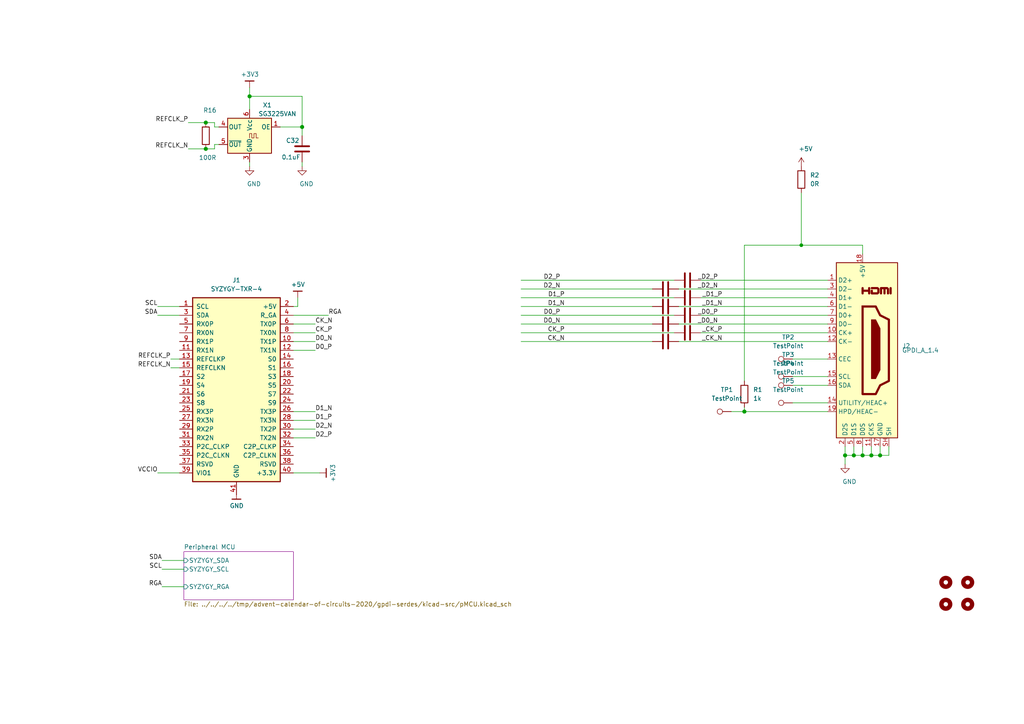
<source format=kicad_sch>
(kicad_sch (version 20230121) (generator eeschema)
  (paper "A4")
  (title_block (title "SYZYGY SERDES GDPI") (date "2020-12-14") (rev "r1.0") (company "GsD - @gregdavill"))
  (lib_symbols
    (symbol "Connector:HDMI_A_1.4"
      (property "Reference" "J" (at -6.35 26.67 0))
      (property "Value" "HDMI_A_1.4" (at 10.16 26.67 0))
      (symbol "HDMI_A_1.4_0_0"
        (polyline (pts (xy 8.128 16.51) (xy 8.128 18.034)) (stroke (width 0.635)))
        (polyline (pts (xy 0 16.51) (xy 0 18.034) (xy 0 17.272) (xy 1.905 17.272) (xy 1.905 18.034) (xy 1.905 16.51)) (stroke (width 0.635)))
        (polyline (pts (xy 2.667 18.034) (xy 4.318 18.034) (xy 4.572 17.78) (xy 4.572 16.764) (xy 4.318 16.51) (xy 2.667 16.51) (xy 2.667 17.272)) (stroke (width 0.635)))
      )
      (symbol "HDMI_A_1.4_0_1"
        (rectangle (start -7.62 25.4) (end 10.16 -25.4) (stroke (width 0.254)) (fill (type background)))
        (polyline (pts (xy 2.54 8.89) (xy 3.81 8.89) (xy 5.08 6.35) (xy 5.08 -5.715) (xy 3.81 -8.255) (xy 2.54 -8.255) (xy 2.54 8.89)) (fill (type outline)))
        (polyline (pts (xy 5.334 16.51) (xy 5.334 18.034) (xy 6.35 18.034) (xy 6.35 16.51) (xy 6.35 18.034) (xy 7.112 18.034) (xy 7.366 17.78) (xy 7.366 16.51)) (stroke (width 0.635)))
        (polyline (pts (xy 0 12.7) (xy 0 -12.7) (xy 3.81 -12.7) (xy 5.08 -10.16) (xy 7.62 -8.89) (xy 7.62 8.89) (xy 5.08 10.16) (xy 3.81 12.7) (xy 0 12.7)) (stroke (width 0.635)))
      )
      (symbol "HDMI_A_1.4_1_1"
        (pin passive line (at -10.16 20.32 0) (length 2.54) (name "D2+") (number "1"))
        (pin passive line (at -10.16 5.08 0) (length 2.54) (name "CK+") (number "10"))
        (pin power_in line (at 2.54 -27.94 90) (length 2.54) (name "CKS") (number "11"))
        (pin passive line (at -10.16 2.54 0) (length 2.54) (name "CK-") (number "12"))
        (pin bidirectional line (at -10.16 -2.54 0) (length 2.54) (name "CEC") (number "13"))
        (pin passive line (at -10.16 -15.24 0) (length 2.54) (name "UTILITY/HEAC+") (number "14"))
        (pin passive line (at -10.16 -7.62 0) (length 2.54) (name "SCL") (number "15"))
        (pin bidirectional line (at -10.16 -10.16 0) (length 2.54) (name "SDA") (number "16"))
        (pin power_in line (at 5.08 -27.94 90) (length 2.54) (name "GND") (number "17"))
        (pin power_in line (at 0 27.94 270) (length 2.54) (name "+5V") (number "18"))
        (pin passive line (at -10.16 -17.78 0) (length 2.54) (name "HPD/HEAC-") (number "19"))
        (pin power_in line (at -5.08 -27.94 90) (length 2.54) (name "D2S") (number "2"))
        (pin passive line (at -10.16 17.78 0) (length 2.54) (name "D2-") (number "3"))
        (pin passive line (at -10.16 15.24 0) (length 2.54) (name "D1+") (number "4"))
        (pin power_in line (at -2.54 -27.94 90) (length 2.54) (name "D1S") (number "5"))
        (pin passive line (at -10.16 12.7 0) (length 2.54) (name "D1-") (number "6"))
        (pin passive line (at -10.16 10.16 0) (length 2.54) (name "D0+") (number "7"))
        (pin power_in line (at 0 -27.94 90) (length 2.54) (name "D0S") (number "8"))
        (pin passive line (at -10.16 7.62 0) (length 2.54) (name "D0-") (number "9"))
        (pin passive line (at 7.62 -27.94 90) (length 2.54) (name "SH") (number "SH"))
      )
    )
    (symbol "Connector:TestPoint" (pin_numbers hide) (pin_names (offset 0.762) hide)
      (property "Reference" "TP" (at 0 6.858 0))
      (property "Value" "TestPoint" (at 0 5.08 0))
      (symbol "TestPoint_0_1"
        (circle (center 0 3.302) (radius 0.762))
      )
      (symbol "TestPoint_1_1"
        (pin passive line (at 0 0 90) (length 2.54) (name "1") (number "1"))
      )
    )
    (symbol "Device:C" (pin_numbers hide) (pin_names (offset 0.254))
      (property "Reference" "C" (at 0.635 2.54 0))
      (property "Value" "C" (at 0.635 -2.54 0))
      (symbol "C_0_1"
        (polyline (pts (xy -2.032 -0.762) (xy 2.032 -0.762)) (stroke (width 0.508)))
        (polyline (pts (xy -2.032 0.762) (xy 2.032 0.762)) (stroke (width 0.508)))
      )
      (symbol "C_1_1"
        (pin passive line (at 0 3.81 270) (length 2.794) (name "~") (number "1"))
        (pin passive line (at 0 -3.81 90) (length 2.794) (name "~") (number "2"))
      )
    )
    (symbol "Device:R" (pin_numbers hide) (pin_names (offset 0))
      (property "Reference" "R" (at 2.032 0 90))
      (property "Value" "R" (at 0 0 90))
      (symbol "R_0_1"
        (rectangle (start -1.016 -2.54) (end 1.016 2.54) (stroke (width 0.254)))
      )
      (symbol "R_1_1"
        (pin passive line (at 0 3.81 270) (length 1.27) (name "~") (number "1"))
        (pin passive line (at 0 -3.81 90) (length 1.27) (name "~") (number "2"))
      )
    )
    (symbol "Device:R_7" (pin_numbers hide) (pin_names (offset 0))
      (property "Reference" "R" (at 2.032 0 90))
      (property "Value" "R" (at 0 0 90))
      (symbol "R_7_0_1"
        (rectangle (start -1.016 -2.54) (end 1.016 2.54) (stroke (width 0.254)))
      )
      (symbol "R_7_1_1"
        (pin passive line (at 0 3.81 270) (length 1.27) (name "~") (number "1"))
        (pin passive line (at 0 -3.81 90) (length 1.27) (name "~") (number "2"))
      )
    )
    (symbol "Mechanical:MountingHole" (pin_names (offset 1.016))
      (property "Reference" "H" (at 0 5.08 0))
      (property "Value" "MountingHole" (at 0 3.175 0))
      (symbol "MountingHole_0_1"
        (circle (center 0 0) (radius 1.27) (stroke (width 1.27)))
      )
    )
    (symbol "gkl_power:+3V3" (power) (pin_names (offset 0))
      (property "Value" "+3V3" (at 0 3.556 0))
      (symbol "+3V3_0_1"
        (polyline (pts (xy -1.27 1.905) (xy 1.27 1.905)) (stroke (width 0.3048)))
        (polyline (pts (xy 0 0) (xy 0 1.905)))
      )
      (symbol "+3V3_1_1"
        (pin power_in line (at 0 0 90) (length 0) hide (name "+3V3") (number "1"))
      )
    )
    (symbol "gkl_power:+5V" (power) (pin_names (offset 0))
      (property "Value" "+5V" (at 0 3.175 0))
      (symbol "+5V_0_1"
        (polyline (pts (xy -1.27 1.905) (xy 1.27 1.905)) (stroke (width 0.3048)))
        (polyline (pts (xy 0 0) (xy 0 1.905)))
      )
      (symbol "+5V_1_1"
        (pin power_in line (at 0 0 90) (length 0) hide (name "+5V") (number "1"))
      )
    )
    (symbol "gkl_power:GND" (power) (pin_names (offset 0))
      (property "Value" "GND" (at 0 -2.54 0))
      (symbol "GND_0_1"
        (polyline (pts (xy 0 -1.27) (xy 0 0)))
        (polyline (pts (xy 1.27 -1.27) (xy -1.27 -1.27)) (stroke (width 0.3048)))
      )
      (symbol "GND_1_1"
        (pin power_in line (at 0 0 270) (length 0) hide (name "GND") (number "1"))
      )
    )
    (symbol "gsd-kicad:SG3225VAN" (pin_names (offset 0.254))
      (property "Reference" "X" (at -5.08 6.35 0))
      (property "Value" "SG3225VAN" (at 1.27 -6.35 0))
      (symbol "SG3225VAN_0_1"
        (rectangle (start -6.35 5.08) (end 6.35 -5.08) (stroke (width 0.254)) (fill (type background)))
        (polyline (pts (xy -2.54 -0.635) (xy -1.905 -0.635) (xy -1.905 0.635) (xy -1.27 0.635) (xy -1.27 -0.635) (xy -0.635 -0.635) (xy -0.635 0.635) (xy 0 0.635) (xy 0 -0.635)))
      )
      (symbol "SG3225VAN_1_1"
        (pin input line (at -8.89 2.54 0) (length 2.54) (name "OE") (number "1"))
        (pin power_in line (at 0 -7.62 90) (length 2.54) (name "GND") (number "3"))
        (pin output line (at 8.89 2.54 180) (length 2.54) (name "OUT") (number "4"))
        (pin output line (at 8.89 -2.54 180) (length 2.54) (name "~{OUT}") (number "5"))
        (pin power_in line (at 0 7.62 270) (length 2.54) (name "Vcc") (number "6"))
      )
    )
    (symbol "gsd-kicad:SYZYGY-TXR-4" (pin_names (offset 1.016))
      (property "Reference" "J" (at 0 27.94 0))
      (property "Value" "SYZYGY-TXR-4" (at 0 25.4 0))
      (symbol "SYZYGY-TXR-4_0_1"
        (rectangle (start -12.7 24.13) (end 12.7 -29.21) (stroke (width 0.3302)) (fill (type background)))
      )
      (symbol "SYZYGY-TXR-4_1_1"
        (pin input line (at -16.51 21.59 0) (length 3.81) (name "SCL") (number "1"))
        (pin input line (at 16.51 11.43 180) (length 3.81) (name "TX1P") (number "10"))
        (pin input line (at -16.51 8.89 0) (length 3.81) (name "RX1N") (number "11"))
        (pin input line (at 16.51 8.89 180) (length 3.81) (name "TX1N") (number "12"))
        (pin input line (at -16.51 6.35 0) (length 3.81) (name "REFCLKP") (number "13"))
        (pin input line (at 16.51 6.35 180) (length 3.81) (name "S0") (number "14"))
        (pin input line (at -16.51 3.81 0) (length 3.81) (name "REFCLKN") (number "15"))
        (pin input line (at 16.51 3.81 180) (length 3.81) (name "S1") (number "16"))
        (pin input line (at -16.51 1.27 0) (length 3.81) (name "S2") (number "17"))
        (pin input line (at 16.51 1.27 180) (length 3.81) (name "S3") (number "18"))
        (pin input line (at -16.51 -1.27 0) (length 3.81) (name "S4") (number "19"))
        (pin input line (at 16.51 21.59 180) (length 3.81) (name "+5V") (number "2"))
        (pin input line (at 16.51 -1.27 180) (length 3.81) (name "S5") (number "20"))
        (pin input line (at -16.51 -3.81 0) (length 3.81) (name "S6") (number "21"))
        (pin input line (at 16.51 -3.81 180) (length 3.81) (name "S7") (number "22"))
        (pin input line (at -16.51 -6.35 0) (length 3.81) (name "S8") (number "23"))
        (pin input line (at 16.51 -6.35 180) (length 3.81) (name "S9") (number "24"))
        (pin input line (at -16.51 -8.89 0) (length 3.81) (name "RX3P") (number "25"))
        (pin input line (at 16.51 -8.89 180) (length 3.81) (name "TX3P") (number "26"))
        (pin input line (at -16.51 -11.43 0) (length 3.81) (name "RX3N") (number "27"))
        (pin input line (at 16.51 -11.43 180) (length 3.81) (name "TX3N") (number "28"))
        (pin input line (at -16.51 -13.97 0) (length 3.81) (name "RX2P") (number "29"))
        (pin input line (at -16.51 19.05 0) (length 3.81) (name "SDA") (number "3"))
        (pin input line (at 16.51 -13.97 180) (length 3.81) (name "TX2P") (number "30"))
        (pin input line (at -16.51 -16.51 0) (length 3.81) (name "RX2N") (number "31"))
        (pin input line (at 16.51 -16.51 180) (length 3.81) (name "TX2N") (number "32"))
        (pin input line (at -16.51 -19.05 0) (length 3.81) (name "P2C_CLKP") (number "33"))
        (pin input line (at 16.51 -19.05 180) (length 3.81) (name "C2P_CLKP") (number "34"))
        (pin input line (at -16.51 -21.59 0) (length 3.81) (name "P2C_CLKN") (number "35"))
        (pin input line (at 16.51 -21.59 180) (length 3.81) (name "C2P_CLKN") (number "36"))
        (pin input line (at -16.51 -24.13 0) (length 3.81) (name "RSVD") (number "37"))
        (pin input line (at 16.51 -24.13 180) (length 3.81) (name "RSVD") (number "38"))
        (pin input line (at -16.51 -26.67 0) (length 3.81) (name "VIO1") (number "39"))
        (pin input line (at 16.51 19.05 180) (length 3.81) (name "R_GA") (number "4"))
        (pin input line (at 16.51 -26.67 180) (length 3.81) (name "+3.3V") (number "40"))
        (pin input line (at 0 -33.02 90) (length 3.81) (name "GND") (number "41"))
        (pin input line (at -16.51 16.51 0) (length 3.81) (name "RX0P") (number "5"))
        (pin input line (at 16.51 16.51 180) (length 3.81) (name "TX0P") (number "6"))
        (pin input line (at -16.51 13.97 0) (length 3.81) (name "RX0N") (number "7"))
        (pin input line (at 16.51 13.97 180) (length 3.81) (name "TX0N") (number "8"))
        (pin input line (at -16.51 11.43 0) (length 3.81) (name "RX1P") (number "9"))
      )
    )
    (symbol "power:+5V" (power) (pin_names (offset 0))
      (property "Value" "+5V" (at 0 3.556 0))
      (symbol "+5V_0_1"
        (polyline (pts (xy -0.762 1.27) (xy 0 2.54)))
        (polyline (pts (xy 0 0) (xy 0 2.54)))
        (polyline (pts (xy 0 2.54) (xy 0.762 1.27)))
      )
      (symbol "+5V_1_1"
        (pin power_in line (at 0 0 90) (length 0) hide (name "+5V") (number "1"))
      )
    )
    (symbol "power:GND" (power) (pin_names (offset 0))
      (property "Value" "GND" (at 0 -3.81 0))
      (symbol "GND_0_1"
        (polyline (pts (xy 0 0) (xy 0 -1.27) (xy 1.27 -1.27) (xy 0 -2.54) (xy -1.27 -1.27) (xy 0 -1.27)))
      )
      (symbol "GND_1_1"
        (pin power_in line (at 0 0 270) (length 0) hide (name "GND") (number "1"))
      )
    )
  )
  (junction (at 247.65 132.08) (diameter 1.016))
  (junction (at 232.41 71.12) (diameter 0.9144))
  (junction (at 252.73 132.08) (diameter 1.016))
  (junction (at 59.69 43.18) (diameter 1.016))
  (junction (at 245.11 132.08) (diameter 1.016))
  (junction (at 255.27 132.08) (diameter 1.016))
  (junction (at 250.19 132.08) (diameter 1.016))
  (junction (at 215.9 119.38) (diameter 1.016))
  (junction (at 72.39 27.94) (diameter 1.016))
  (junction (at 59.69 35.56) (diameter 1.016))
  (junction (at 87.63 36.83) (diameter 1.016))
  (wire (pts (xy 85.09 127) (xy 91.44 127)))
  (wire (pts (xy 229.87 111.76) (xy 240.03 111.76)))
  (wire (pts (xy 245.11 132.08) (xy 245.11 134.62)))
  (wire (pts (xy 151.13 93.98) (xy 189.23 93.98)))
  (wire (pts (xy 151.13 83.82) (xy 189.23 83.82)))
  (wire (pts (xy 72.39 25.4) (xy 72.39 27.94)))
  (wire (pts (xy 215.9 119.38) (xy 240.03 119.38)))
  (wire (pts (xy 250.19 132.08) (xy 247.65 132.08)))
  (wire (pts (xy 85.09 101.6) (xy 91.44 101.6)))
  (wire (pts (xy 53.34 165.1) (xy 46.99 165.1)))
  (wire (pts (xy 62.23 43.18) (xy 59.69 43.18)))
  (wire (pts (xy 62.23 36.83) (xy 62.23 35.56)))
  (wire (pts (xy 85.09 121.92) (xy 91.44 121.92)))
  (wire (pts (xy 52.07 91.44) (xy 45.72 91.44)))
  (wire (pts (xy 81.28 36.83) (xy 87.63 36.83)))
  (wire (pts (xy 215.9 110.49) (xy 215.9 71.12)))
  (wire (pts (xy 252.73 132.08) (xy 250.19 132.08)))
  (wire (pts (xy 85.09 91.44) (xy 95.25 91.44)))
  (wire (pts (xy 196.85 83.82) (xy 240.03 83.82)))
  (wire (pts (xy 257.81 132.08) (xy 257.81 129.54)))
  (wire (pts (xy 62.23 41.91) (xy 62.23 43.18)))
  (wire (pts (xy 85.09 99.06) (xy 91.44 99.06)))
  (wire (pts (xy 52.07 137.16) (xy 45.72 137.16)))
  (wire (pts (xy 72.39 46.99) (xy 72.39 48.26)))
  (wire (pts (xy 203.2 91.44) (xy 240.03 91.44)))
  (wire (pts (xy 62.23 35.56) (xy 59.69 35.56)))
  (wire (pts (xy 85.09 119.38) (xy 91.44 119.38)))
  (wire (pts (xy 229.87 109.22) (xy 240.03 109.22)))
  (wire (pts (xy 203.2 81.28) (xy 240.03 81.28)))
  (wire (pts (xy 85.09 124.46) (xy 91.44 124.46)))
  (wire (pts (xy 63.5 36.83) (xy 62.23 36.83)))
  (wire (pts (xy 85.09 88.9) (xy 86.36 88.9)))
  (wire (pts (xy 85.09 96.52) (xy 91.44 96.52)))
  (wire (pts (xy 250.19 129.54) (xy 250.19 132.08)))
  (wire (pts (xy 86.36 88.9) (xy 86.36 86.36)))
  (wire (pts (xy 53.34 162.56) (xy 46.99 162.56)))
  (wire (pts (xy 203.2 96.52) (xy 240.03 96.52)))
  (wire (pts (xy 85.09 93.98) (xy 91.44 93.98)))
  (wire (pts (xy 87.63 36.83) (xy 87.63 39.37)))
  (wire (pts (xy 215.9 118.11) (xy 215.9 119.38)))
  (wire (pts (xy 212.09 119.38) (xy 215.9 119.38)))
  (wire (pts (xy 49.53 104.14) (xy 52.07 104.14)))
  (wire (pts (xy 196.85 88.9) (xy 240.03 88.9)))
  (wire (pts (xy 54.61 43.18) (xy 59.69 43.18)))
  (wire (pts (xy 196.85 99.06) (xy 240.03 99.06)))
  (wire (pts (xy 203.2 86.36) (xy 240.03 86.36)))
  (wire (pts (xy 72.39 27.94) (xy 72.39 31.75)))
  (wire (pts (xy 255.27 132.08) (xy 257.81 132.08)))
  (wire (pts (xy 87.63 36.83) (xy 87.63 27.94)))
  (wire (pts (xy 54.61 35.56) (xy 59.69 35.56)))
  (wire (pts (xy 247.65 132.08) (xy 245.11 132.08)))
  (wire (pts (xy 85.09 137.16) (xy 92.71 137.16)))
  (wire (pts (xy 87.63 27.94) (xy 72.39 27.94)))
  (wire (pts (xy 52.07 88.9) (xy 45.72 88.9)))
  (wire (pts (xy 151.13 88.9) (xy 189.23 88.9)))
  (wire (pts (xy 151.13 81.28) (xy 195.58 81.28)))
  (wire (pts (xy 229.87 104.14) (xy 240.03 104.14)))
  (wire (pts (xy 232.41 71.12) (xy 250.19 71.12)))
  (wire (pts (xy 255.27 129.54) (xy 255.27 132.08)))
  (wire (pts (xy 151.13 91.44) (xy 195.58 91.44)))
  (wire (pts (xy 49.53 106.68) (xy 52.07 106.68)))
  (wire (pts (xy 53.34 170.18) (xy 46.99 170.18)))
  (wire (pts (xy 215.9 71.12) (xy 232.41 71.12)))
  (wire (pts (xy 151.13 86.36) (xy 195.58 86.36)))
  (wire (pts (xy 250.19 71.12) (xy 250.19 73.66)))
  (wire (pts (xy 63.5 41.91) (xy 62.23 41.91)))
  (wire (pts (xy 245.11 129.54) (xy 245.11 132.08)))
  (wire (pts (xy 232.41 55.88) (xy 232.41 71.12)))
  (wire (pts (xy 151.13 99.06) (xy 189.23 99.06)))
  (wire (pts (xy 252.73 132.08) (xy 255.27 132.08)))
  (wire (pts (xy 247.65 129.54) (xy 247.65 132.08)))
  (wire (pts (xy 87.63 46.99) (xy 87.63 48.26)))
  (wire (pts (xy 229.87 116.84) (xy 240.03 116.84)))
  (wire (pts (xy 252.73 129.54) (xy 252.73 132.08)))
  (wire (pts (xy 196.85 93.98) (xy 240.03 93.98)))
  (wire (pts (xy 151.13 96.52) (xy 195.58 96.52)))
  (label "_CK_P" (at 209.55 96.52 180))
  (label "D1_P" (at 91.44 121.92 0))
  (label "D2_N" (at 162.56 83.82 180))
  (label "_D1_N" (at 209.55 88.9 180))
  (label "_D2_P" (at 208.28 81.28 180))
  (label "REFCLK_N" (at 54.61 43.18 180))
  (label "_D1_P" (at 209.55 86.36 180))
  (label "SDA" (at 46.99 162.56 180))
  (label "_D0_N" (at 208.28 93.98 180))
  (label "REFCLK_P" (at 54.61 35.56 180))
  (label "CK_P" (at 163.83 96.52 180))
  (label "VCCIO" (at 45.72 137.16 180))
  (label "SDA" (at 45.72 91.44 180))
  (label "D1_N" (at 163.83 88.9 180))
  (label "CK_N" (at 91.44 93.98 0))
  (label "D2_P" (at 91.44 127 0))
  (label "CK_N" (at 163.83 99.06 180))
  (label "RGA" (at 46.99 170.18 180))
  (label "D2_N" (at 91.44 124.46 0))
  (label "_D0_P" (at 208.28 91.44 180))
  (label "_D2_N" (at 208.28 83.82 180))
  (label "D0_N" (at 162.56 93.98 180))
  (label "D2_P" (at 162.56 81.28 180))
  (label "D1_P" (at 163.83 86.36 180))
  (label "_CK_N" (at 209.55 99.06 180))
  (label "D0_P" (at 91.44 101.6 0))
  (label "D0_P" (at 162.56 91.44 180))
  (label "CK_P" (at 91.44 96.52 0))
  (label "SCL" (at 45.72 88.9 180))
  (label "RGA" (at 95.25 91.44 0))
  (label "D1_N" (at 91.44 119.38 0))
  (label "REFCLK_P" (at 49.53 104.14 180))
  (label "REFCLK_N" (at 49.53 106.68 180))
  (label "SCL" (at 46.99 165.1 180))
  (label "D0_N" (at 91.44 99.06 0))
  (symbol (lib_id "gkl_power:+5V") (at 86.36 86.36 0) (unit 1)
    (property "Reference" "#PWR05" (effects hide))
    (property "Value" "+5V" (at 86.4362 82.5246 0))
  )
  (symbol (lib_id "gkl_power:GND") (at 68.58 143.51 0) (unit 1)
    (property "Reference" "#PWR01" (effects hide))
    (property "Value" "GND" (at 68.6562 146.7104 0))
  )
  (symbol (lib_id "gkl_power:+3V3") (at 92.71 137.16 270) (unit 1)
    (property "Reference" "#PWR07" (effects hide))
    (property "Value" "+3V3" (at 96.5454 137.2362 0))
  )
  (symbol (lib_id "power:+5V") (at 232.41 48.26 0) (unit 1)
    (property "Reference" "#PWR0101" (effects hide))
    (property "Value" "+5V" (at 233.68 43.18 0))
  )
  (symbol (lib_id "Device:R") (at 232.41 52.07 0) (unit 1)
    (property "Reference" "R2" (at 234.95 50.8 0) (effects (justify left)))
    (property "Value" "0R" (at 234.95 53.34 0) (effects (justify left)))
    (property "Footprint" "Resistor_SMD:R_0402_1005Metric" (effects hide))
  )
  (symbol (lib_id "power:GND") (at 87.63 48.26 0) (unit 1)
    (property "Reference" "#PWR0148" (effects hide))
    (property "Value" "GND" (at 88.9 53.34 0))
  )
  (symbol (lib_id "Device:C") (at 199.39 81.28 90) (unit 1)
    (property "Reference" "C5" (effects hide))
    (property "Value" "0.1u" (effects hide))
    (property "Footprint" "Capacitor_SMD:C_0402_1005Metric" (effects hide))
  )
  (symbol (lib_id "Connector:TestPoint") (at 212.09 119.38 90) (unit 1)
    (property "Reference" "TP1" (at 210.82 113.03 90))
    (property "Value" "TestPoint" (at 210.82 115.57 90))
    (property "Footprint" "TestPoint:TestPoint_THTPad_D1.5mm_Drill0.7mm" (effects hide))
  )
  (symbol (lib_id "Connector:TestPoint") (at 229.87 104.14 90) (unit 1)
    (property "Reference" "TP2" (at 228.6 97.79 90))
    (property "Value" "TestPoint" (at 228.6 100.33 90))
    (property "Footprint" "TestPoint:TestPoint_THTPad_D1.5mm_Drill0.7mm" (effects hide))
  )
  (symbol (lib_name "Device:R_7") (lib_id "Device:R") (at 59.69 39.37 180) (unit 1)
    (property "Reference" "R16" (at 58.9281 31.9913 0) (effects (justify right)))
    (property "Value" "100R" (at 57.658 45.72 0) (effects (justify right)))
    (property "Footprint" "Resistor_SMD:R_0402_1005Metric" (effects hide))
    (property "PN" "RC0402FR-07100KL" (effects hide))
    (property "Mfg" "Yageo" (effects hide))
  )
  (symbol (lib_id "Connector:TestPoint") (at 229.87 111.76 90) (unit 1)
    (property "Reference" "TP4" (at 228.6 105.41 90))
    (property "Value" "TestPoint" (at 228.6 107.95 90))
    (property "Footprint" "TestPoint:TestPoint_THTPad_D1.5mm_Drill0.7mm" (effects hide))
  )
  (symbol (lib_id "Mechanical:MountingHole") (at 280.67 175.26 0) (unit 1)
    (property "Reference" "H4" (effects hide))
    (property "Value" "MountingHole" (effects hide))
    (property "Footprint" "MountingHole:MountingHole_3.2mm_M3" (effects hide))
  )
  (symbol (lib_id "Connector:HDMI_A_1.4") (at 250.19 101.6 0) (unit 1)
    (property "Reference" "J2" (at 261.62 100.33 0) (effects (justify left)))
    (property "Value" "GPDI_A_1.4" (at 261.62 101.6 0) (effects (justify left)))
    (property "Footprint" "gsd-footprints:HDMI-10029449-111RLF" (effects hide))
    (property "Datasheet" "https://en.wikipedia.org/wiki/HDMI" (effects hide))
  )
  (symbol (lib_id "gsd-kicad:SYZYGY-TXR-4") (at 68.58 110.49 0) (unit 1)
    (property "Reference" "J1" (at 68.58 81.28 0))
    (property "Value" "SYZYGY-TXR-4" (at 68.58 83.82 0))
    (property "Footprint" "gsd-footprints:SYZYGY-TXR-POD" (effects hide))
  )
  (symbol (lib_id "Device:C") (at 199.39 91.44 90) (unit 1)
    (property "Reference" "C7" (effects hide))
    (property "Value" "0.1u" (effects hide))
    (property "Footprint" "Capacitor_SMD:C_0402_1005Metric" (effects hide))
  )
  (symbol (lib_id "Connector:TestPoint") (at 229.87 116.84 90) (unit 1)
    (property "Reference" "TP5" (at 228.6 110.49 90))
    (property "Value" "TestPoint" (at 228.6 113.03 90))
    (property "Footprint" "TestPoint:TestPoint_THTPad_D1.5mm_Drill0.7mm" (effects hide))
  )
  (symbol (lib_id "Device:C") (at 199.39 96.52 90) (unit 1)
    (property "Reference" "C8" (effects hide))
    (property "Value" "0.1u" (effects hide))
    (property "Footprint" "Capacitor_SMD:C_0402_1005Metric" (effects hide))
  )
  (symbol (lib_id "Device:C") (at 193.04 83.82 90) (unit 1)
    (property "Reference" "C1" (effects hide))
    (property "Value" "0.1u" (effects hide))
    (property "Footprint" "Capacitor_SMD:C_0402_1005Metric" (effects hide))
  )
  (symbol (lib_id "Connector:TestPoint") (at 229.87 109.22 90) (unit 1)
    (property "Reference" "TP3" (at 228.6 102.87 90))
    (property "Value" "TestPoint" (at 228.6 105.41 90))
    (property "Footprint" "TestPoint:TestPoint_THTPad_D1.5mm_Drill0.7mm" (effects hide))
  )
  (symbol (lib_id "Device:C") (at 193.04 99.06 90) (unit 1)
    (property "Reference" "C4" (effects hide))
    (property "Value" "0.1u" (effects hide))
    (property "Footprint" "Capacitor_SMD:C_0402_1005Metric" (effects hide))
  )
  (symbol (lib_id "Device:R") (at 215.9 114.3 0) (unit 1)
    (property "Reference" "R1" (at 218.44 113.03 0) (effects (justify left)))
    (property "Value" "1k" (at 218.44 115.57 0) (effects (justify left)))
    (property "Footprint" "Resistor_SMD:R_0402_1005Metric" (effects hide))
  )
  (symbol (lib_id "Mechanical:MountingHole") (at 274.32 168.91 0) (unit 1)
    (property "Reference" "H1" (effects hide))
    (property "Value" "MountingHole" (effects hide))
    (property "Footprint" "MountingHole:MountingHole_3.2mm_M3" (effects hide))
  )
  (symbol (lib_id "Device:C") (at 193.04 93.98 90) (unit 1)
    (property "Reference" "C3" (effects hide))
    (property "Value" "0.1u" (effects hide))
    (property "Footprint" "Capacitor_SMD:C_0402_1005Metric" (effects hide))
  )
  (symbol (lib_id "Device:C") (at 193.04 88.9 90) (unit 1)
    (property "Reference" "C2" (effects hide))
    (property "Value" "0.1u" (effects hide))
    (property "Footprint" "Capacitor_SMD:C_0402_1005Metric" (effects hide))
  )
  (symbol (lib_id "Device:C") (at 87.63 43.18 0) (mirror y) (unit 1)
    (property "Reference" "C32" (at 82.931 40.767 0) (effects (justify right)))
    (property "Value" "0.1uF" (at 81.661 45.593 0) (effects (justify right)))
    (property "Footprint" "Capacitor_SMD:C_0402_1005Metric" (effects hide))
    (property "Mfg" "Yageo" (effects hide))
    (property "PN" "CC0402KRX5R6BB105" (effects hide))
  )
  (symbol (lib_id "Mechanical:MountingHole") (at 274.32 175.26 0) (unit 1)
    (property "Reference" "H2" (effects hide))
    (property "Value" "MountingHole" (effects hide))
    (property "Footprint" "MountingHole:MountingHole_3.2mm_M3" (effects hide))
  )
  (symbol (lib_id "power:GND") (at 72.39 48.26 0) (unit 1)
    (property "Reference" "#PWR0147" (effects hide))
    (property "Value" "GND" (at 73.66 53.34 0))
  )
  (symbol (lib_id "gkl_power:+3V3") (at 72.39 25.4 0) (unit 1)
    (property "Reference" "#PWR0149" (effects hide))
    (property "Value" "+3V3" (at 72.4662 21.5646 0))
  )
  (symbol (lib_id "Mechanical:MountingHole") (at 280.67 168.91 0) (unit 1)
    (property "Reference" "H3" (effects hide))
    (property "Value" "MountingHole" (effects hide))
    (property "Footprint" "MountingHole:MountingHole_3.2mm_M3" (effects hide))
  )
  (symbol (lib_id "gsd-kicad:SG3225VAN") (at 72.39 39.37 0) (mirror y) (unit 1)
    (property "Reference" "X1" (at 76.2 30.48 0) (effects (justify right)))
    (property "Value" "SG3225VAN" (at 74.93 33.02 0) (effects (justify right)))
    (property "Footprint" "Oscillator:Oscillator_SMD_Silicon_Labs_LGA-6_2.5x3.2mm_P1.25mm" (effects hide))
    (property "Datasheet" "https://support.epson.biz/td/api/doc_check.php?dl=brief_SG5032VAN" (effects hide))
  )
  (symbol (lib_id "Device:C") (at 199.39 86.36 90) (unit 1)
    (property "Reference" "C6" (effects hide))
    (property "Value" "0.1u" (effects hide))
    (property "Footprint" "Capacitor_SMD:C_0402_1005Metric" (effects hide))
  )
  (symbol (lib_id "power:GND") (at 245.11 134.62 0) (unit 1)
    (property "Reference" "#PWR0102" (effects hide))
    (property "Value" "GND" (at 246.38 139.7 0))
  )
  (sheet (at 53.34 160.02) (size 31.75 13.97) (stroke (width 0.1524) (color 132 0 132 1)) (fill (color 255 255 255 1.0000))
    (property "Sheetname" "Peripheral MCU" (at 53.34 159.3845 0) (effects (justify left bottom)))
    (property "Sheetfile" "../../../../tmp/advent-calendar-of-circuits-2020/gpdi-serdes/kicad-src/pMCU.kicad_sch" (at 53.34 174.4985 0) (effects (justify left top)))
    (pin "SYZYGY_SCL" input (at 53.34 165.1 180))
    (pin "SYZYGY_SDA" input (at 53.34 162.56 180))
    (pin "SYZYGY_RGA" input (at 53.34 170.18 180))
  )
)
</source>
